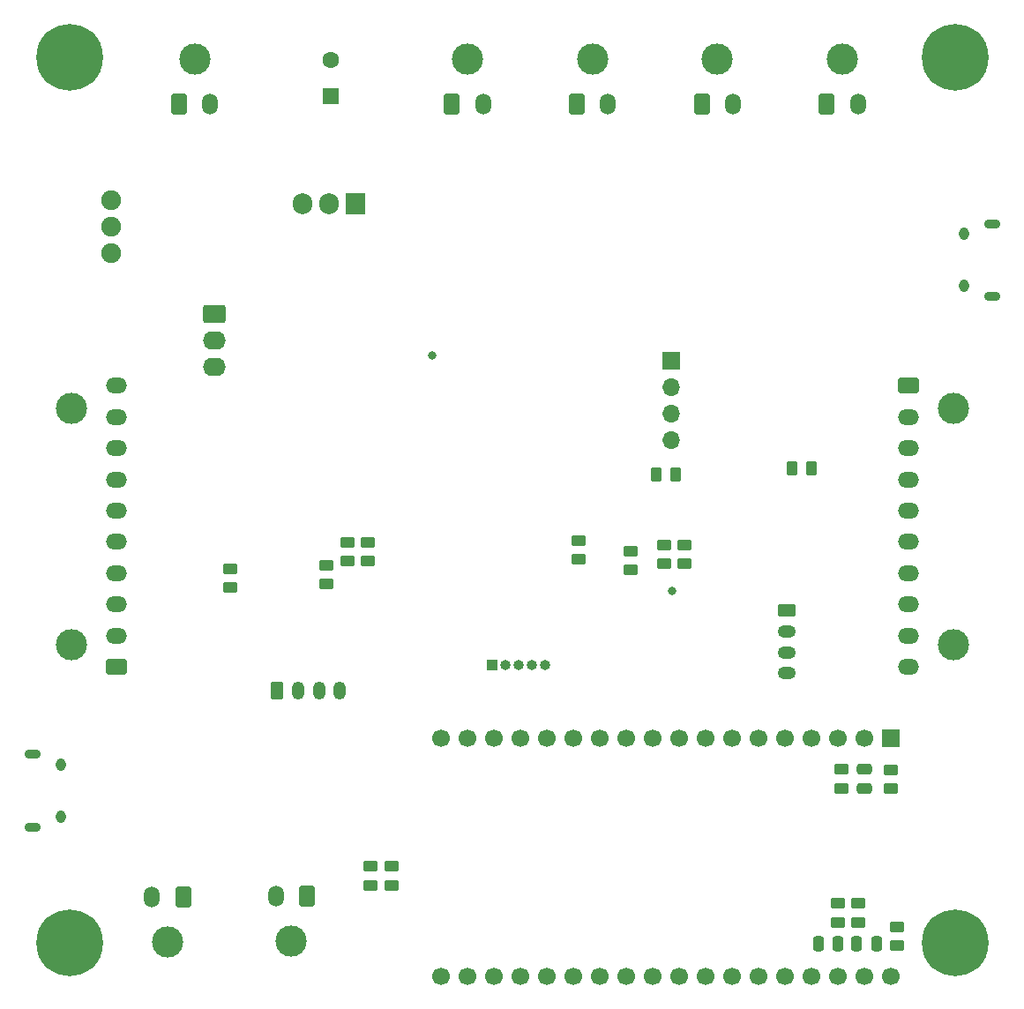
<source format=gbs>
G04 #@! TF.GenerationSoftware,KiCad,Pcbnew,(6.0.6)*
G04 #@! TF.CreationDate,2023-04-23T20:46:21-02:30*
G04 #@! TF.ProjectId,ControlBoard,436f6e74-726f-46c4-926f-6172642e6b69,rev?*
G04 #@! TF.SameCoordinates,Original*
G04 #@! TF.FileFunction,Soldermask,Bot*
G04 #@! TF.FilePolarity,Negative*
%FSLAX46Y46*%
G04 Gerber Fmt 4.6, Leading zero omitted, Abs format (unit mm)*
G04 Created by KiCad (PCBNEW (6.0.6)) date 2023-04-23 20:46:21*
%MOMM*%
%LPD*%
G01*
G04 APERTURE LIST*
G04 Aperture macros list*
%AMRoundRect*
0 Rectangle with rounded corners*
0 $1 Rounding radius*
0 $2 $3 $4 $5 $6 $7 $8 $9 X,Y pos of 4 corners*
0 Add a 4 corners polygon primitive as box body*
4,1,4,$2,$3,$4,$5,$6,$7,$8,$9,$2,$3,0*
0 Add four circle primitives for the rounded corners*
1,1,$1+$1,$2,$3*
1,1,$1+$1,$4,$5*
1,1,$1+$1,$6,$7*
1,1,$1+$1,$8,$9*
0 Add four rect primitives between the rounded corners*
20,1,$1+$1,$2,$3,$4,$5,0*
20,1,$1+$1,$4,$5,$6,$7,0*
20,1,$1+$1,$6,$7,$8,$9,0*
20,1,$1+$1,$8,$9,$2,$3,0*%
G04 Aperture macros list end*
%ADD10C,0.800000*%
%ADD11C,6.400000*%
%ADD12R,1.700000X1.700000*%
%ADD13O,1.700000X1.700000*%
%ADD14C,3.000000*%
%ADD15RoundRect,0.250001X-0.499999X-0.759999X0.499999X-0.759999X0.499999X0.759999X-0.499999X0.759999X0*%
%ADD16O,1.500000X2.020000*%
%ADD17R,1.600000X1.600000*%
%ADD18C,1.600000*%
%ADD19RoundRect,0.250001X0.759999X-0.499999X0.759999X0.499999X-0.759999X0.499999X-0.759999X-0.499999X0*%
%ADD20O,2.020000X1.500000*%
%ADD21RoundRect,0.250001X-0.759999X0.499999X-0.759999X-0.499999X0.759999X-0.499999X0.759999X0.499999X0*%
%ADD22O,1.550000X0.890000*%
%ADD23O,0.950000X1.250000*%
%ADD24RoundRect,0.250001X0.499999X0.759999X-0.499999X0.759999X-0.499999X-0.759999X0.499999X-0.759999X0*%
%ADD25RoundRect,0.250000X-0.845000X0.620000X-0.845000X-0.620000X0.845000X-0.620000X0.845000X0.620000X0*%
%ADD26O,2.190000X1.740000*%
%ADD27C,1.900000*%
%ADD28C,1.700000*%
%ADD29R,1.905000X2.000000*%
%ADD30O,1.905000X2.000000*%
%ADD31RoundRect,0.250000X-0.350000X-0.625000X0.350000X-0.625000X0.350000X0.625000X-0.350000X0.625000X0*%
%ADD32O,1.200000X1.750000*%
%ADD33RoundRect,0.250000X-0.625000X0.350000X-0.625000X-0.350000X0.625000X-0.350000X0.625000X0.350000X0*%
%ADD34O,1.750000X1.200000*%
%ADD35R,1.000000X1.000000*%
%ADD36O,1.000000X1.000000*%
%ADD37RoundRect,0.250000X-0.262500X-0.450000X0.262500X-0.450000X0.262500X0.450000X-0.262500X0.450000X0*%
%ADD38RoundRect,0.250000X-0.450000X0.262500X-0.450000X-0.262500X0.450000X-0.262500X0.450000X0.262500X0*%
%ADD39RoundRect,0.250000X-0.250000X-0.475000X0.250000X-0.475000X0.250000X0.475000X-0.250000X0.475000X0*%
%ADD40RoundRect,0.250000X0.250000X0.475000X-0.250000X0.475000X-0.250000X-0.475000X0.250000X-0.475000X0*%
%ADD41RoundRect,0.250000X0.450000X-0.262500X0.450000X0.262500X-0.450000X0.262500X-0.450000X-0.262500X0*%
%ADD42RoundRect,0.250000X0.475000X-0.250000X0.475000X0.250000X-0.475000X0.250000X-0.475000X-0.250000X0*%
G04 APERTURE END LIST*
D10*
X53302944Y-141697056D03*
X53302944Y-138302944D03*
D11*
X55000000Y-140000000D03*
D10*
X56697056Y-141697056D03*
X57400000Y-140000000D03*
X56697056Y-138302944D03*
X52600000Y-140000000D03*
X55000000Y-142400000D03*
X55000000Y-137600000D03*
D12*
X112800000Y-84145000D03*
D13*
X112800000Y-86685000D03*
X112800000Y-89225000D03*
X112800000Y-91765000D03*
D14*
X67025000Y-55175000D03*
D15*
X65525000Y-59495000D03*
D16*
X68525000Y-59495000D03*
D17*
X80050000Y-58727651D03*
D18*
X80050000Y-55227651D03*
D10*
X138302944Y-138302944D03*
X138302944Y-141697056D03*
X140000000Y-137600000D03*
X142400000Y-140000000D03*
X141697056Y-141697056D03*
X137600000Y-140000000D03*
X141697056Y-138302944D03*
X140000000Y-142400000D03*
D11*
X140000000Y-140000000D03*
D10*
X55000000Y-57400000D03*
D11*
X55000000Y-55000000D03*
D10*
X53302944Y-56697056D03*
X56697056Y-56697056D03*
X55000000Y-52600000D03*
X57400000Y-55000000D03*
X53302944Y-53302944D03*
X56697056Y-53302944D03*
X52600000Y-55000000D03*
D14*
X55175000Y-88650000D03*
X55175000Y-111350000D03*
D19*
X59495000Y-113500000D03*
D20*
X59495000Y-110500000D03*
X59495000Y-107500000D03*
X59495000Y-104500000D03*
X59495000Y-101500000D03*
X59495000Y-98500000D03*
X59495000Y-95500000D03*
X59495000Y-92500000D03*
X59495000Y-89500000D03*
X59495000Y-86500000D03*
D14*
X139825000Y-111350000D03*
X139825000Y-88650000D03*
D21*
X135505000Y-86500000D03*
D20*
X135505000Y-89500000D03*
X135505000Y-92500000D03*
X135505000Y-95500000D03*
X135505000Y-98500000D03*
X135505000Y-101500000D03*
X135505000Y-104500000D03*
X135505000Y-107500000D03*
X135505000Y-110500000D03*
X135505000Y-113500000D03*
D10*
X112875000Y-106225000D03*
D22*
X143550000Y-77950000D03*
D23*
X140850000Y-71950000D03*
X140850000Y-76950000D03*
D22*
X143550000Y-70950000D03*
D14*
X64425000Y-139875000D03*
D24*
X65925000Y-135555000D03*
D16*
X62925000Y-135555000D03*
D14*
X76300000Y-139850000D03*
D24*
X77800000Y-135530000D03*
D16*
X74800000Y-135530000D03*
D14*
X105200000Y-55175000D03*
D15*
X103700000Y-59495000D03*
D16*
X106700000Y-59495000D03*
D10*
X89850000Y-83575000D03*
D25*
X68900000Y-79625000D03*
D26*
X68900000Y-82165000D03*
X68900000Y-84705000D03*
D27*
X59041079Y-68668921D03*
X59041079Y-71208921D03*
X59041079Y-73748921D03*
D22*
X51450000Y-121900000D03*
D23*
X54150000Y-127900000D03*
D22*
X51450000Y-128900000D03*
D23*
X54150000Y-122900000D03*
D14*
X93200000Y-55175000D03*
D15*
X91700000Y-59495000D03*
D16*
X94700000Y-59495000D03*
D12*
X133850000Y-120320000D03*
D28*
X131310000Y-120320000D03*
X128770000Y-120320000D03*
X126230000Y-120320000D03*
X123690000Y-120320000D03*
X121150000Y-120320000D03*
X118610000Y-120320000D03*
X116070000Y-120320000D03*
X113530000Y-120320000D03*
X110990000Y-120320000D03*
X108450000Y-120320000D03*
X105910000Y-120320000D03*
X103370000Y-120320000D03*
X100830000Y-120320000D03*
X98290000Y-120320000D03*
X95750000Y-120320000D03*
X93210000Y-120320000D03*
X90670000Y-120320000D03*
X133850000Y-143180000D03*
X131310000Y-143180000D03*
X128770000Y-143180000D03*
X126230000Y-143180000D03*
X123690000Y-143180000D03*
X121150000Y-143180000D03*
X118610000Y-143180000D03*
X116070000Y-143180000D03*
X113530000Y-143180000D03*
X110990000Y-143180000D03*
X108450000Y-143180000D03*
X105910000Y-143180000D03*
X103370000Y-143180000D03*
X100830000Y-143180000D03*
X98290000Y-143180000D03*
X95750000Y-143180000D03*
X93210000Y-143180000D03*
X90670000Y-143180000D03*
D14*
X129200000Y-55175000D03*
D15*
X127700000Y-59495000D03*
D16*
X130700000Y-59495000D03*
D29*
X82465000Y-69030000D03*
D30*
X79925000Y-69030000D03*
X77385000Y-69030000D03*
D31*
X74950000Y-115800000D03*
D32*
X76950000Y-115800000D03*
X78950000Y-115800000D03*
X80950000Y-115800000D03*
D33*
X123850000Y-108100000D03*
D34*
X123850000Y-110100000D03*
X123850000Y-112100000D03*
X123850000Y-114100000D03*
D11*
X140000000Y-55000000D03*
D10*
X137600000Y-55000000D03*
X140000000Y-52600000D03*
X141697056Y-53302944D03*
X141697056Y-56697056D03*
X142400000Y-55000000D03*
X138302944Y-56697056D03*
X138302944Y-53302944D03*
X140000000Y-57400000D03*
D35*
X95600000Y-113325000D03*
D36*
X96870000Y-113325000D03*
X98140000Y-113325000D03*
X99410000Y-113325000D03*
X100680000Y-113325000D03*
D14*
X117200000Y-55175000D03*
D15*
X115700000Y-59495000D03*
D16*
X118700000Y-59495000D03*
D37*
X124387500Y-94400000D03*
X126212500Y-94400000D03*
D38*
X70400000Y-104062500D03*
X70400000Y-105887500D03*
X85925000Y-132662500D03*
X85925000Y-134487500D03*
X128750000Y-136175000D03*
X128750000Y-138000000D03*
X83900000Y-132662500D03*
X83900000Y-134487500D03*
X112050000Y-101787500D03*
X112050000Y-103612500D03*
X108875000Y-102362500D03*
X108875000Y-104187500D03*
D39*
X126900000Y-140050000D03*
X128800000Y-140050000D03*
D40*
X132475000Y-140050000D03*
X130575000Y-140050000D03*
D38*
X83600000Y-101537500D03*
X83600000Y-103362500D03*
X81650000Y-101537500D03*
X81650000Y-103362500D03*
X114025000Y-101787500D03*
X114025000Y-103612500D03*
X130700000Y-136175000D03*
X130700000Y-138000000D03*
D41*
X79675000Y-105537500D03*
X79675000Y-103712500D03*
X129125000Y-125137500D03*
X129125000Y-123312500D03*
D37*
X111337500Y-95050000D03*
X113162500Y-95050000D03*
D41*
X134425000Y-140275000D03*
X134425000Y-138450000D03*
D42*
X131300000Y-125200000D03*
X131300000Y-123300000D03*
D38*
X103900000Y-101337500D03*
X103900000Y-103162500D03*
D41*
X133850000Y-125187500D03*
X133850000Y-123362500D03*
M02*

</source>
